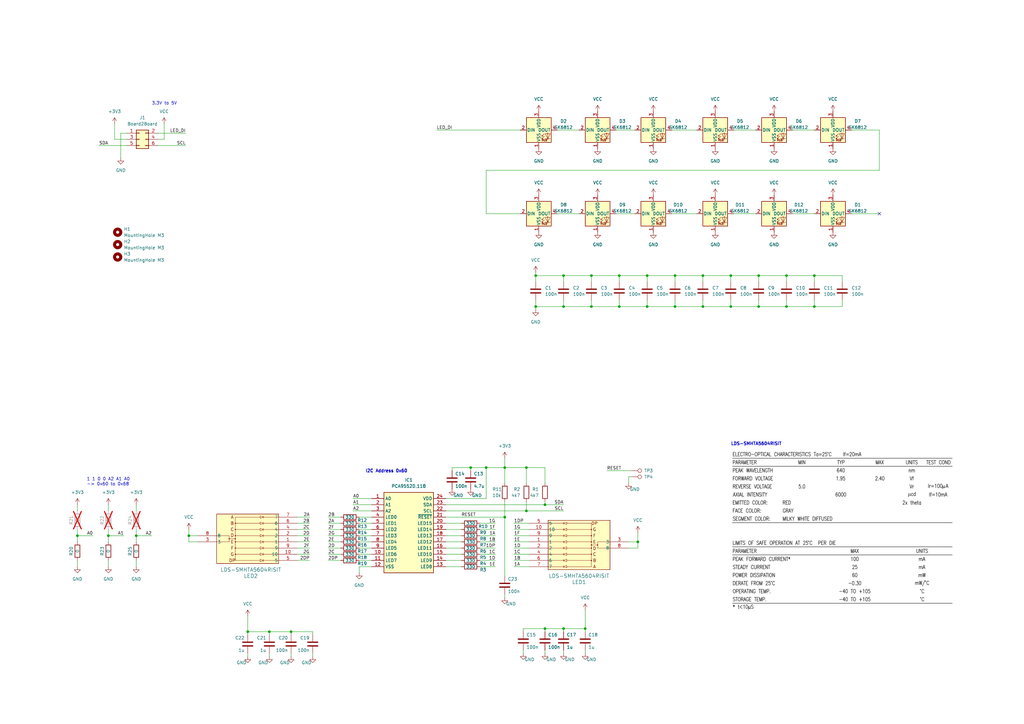
<source format=kicad_sch>
(kicad_sch (version 20230121) (generator eeschema)
  (paper "A3")
  (title_block (title "LED Ring") (date "2024-03-21") (rev "A") (company "EberKreis") (comment 1 "Frackstock ET21"))
  (lib_symbols
    (symbol "Connector:TestPoint" (pin_numbers hide) (pin_names (offset 0.762) hide)
      (property "Reference" "TP" (at 0 6.858 0))
      (property "Value" "TestPoint" (at 0 5.08 0))
      (symbol "TestPoint_1_1"
        (pin passive line (at 0 0 90) (length 2.54) (name "1") (number "1"))
      )
    )
    (symbol "Connector_Generic:Conn_02x03_Odd_Even" (pin_names (offset 1.016) hide)
      (property "Reference" "J" (at 1.27 5.08 0))
      (property "Value" "Conn_02x03_Odd_Even" (at 1.27 -5.08 0))
      (symbol "Conn_02x03_Odd_Even_1_1"
        (pin passive line (at -5.08 2.54 0) (length 3.81) (name "Pin_1") (number "1"))
        (pin passive line (at 7.62 2.54 180) (length 3.81) (name "Pin_2") (number "2"))
        (pin passive line (at -5.08 0 0) (length 3.81) (name "Pin_3") (number "3"))
        (pin passive line (at 7.62 0 180) (length 3.81) (name "Pin_4") (number "4"))
        (pin passive line (at -5.08 -2.54 0) (length 3.81) (name "Pin_5") (number "5"))
        (pin passive line (at 7.62 -2.54 180) (length 3.81) (name "Pin_6") (number "6"))
      )
    )
    (symbol "Device:C" (pin_numbers hide) (pin_names (offset 0.254))
      (property "Reference" "C" (at 0.635 2.54 0))
      (property "Value" "C" (at 0.635 -2.54 0))
      (symbol "C_1_1"
        (pin passive line (at 0 3.81 270) (length 2.794) (name "~") (number "1"))
        (pin passive line (at 0 -3.81 90) (length 2.794) (name "~") (number "2"))
      )
    )
    (symbol "Device:R" (pin_numbers hide) (pin_names (offset 0))
      (property "Reference" "R" (at 2.032 0 90))
      (property "Value" "R" (at 0 0 90))
      (symbol "R_1_1"
        (pin passive line (at 0 3.81 270) (length 1.27) (name "~") (number "1"))
        (pin passive line (at 0 -3.81 90) (length 1.27) (name "~") (number "2"))
      )
    )
    (symbol "FrackRing:PCA9552D,118"
      (property "Reference" "IC" (at 26.67 7.62 0))
      (property "Value" "PCA9552D,118" (at 26.67 5.08 0))
      (symbol "PCA9552D,118_1_1"
        (pin passive line (at 0 0 0) (length 5.08) (name "A0") (number "1"))
        (pin passive line (at 0 -22.86 0) (length 5.08) (name "LED6") (number "10"))
        (pin passive line (at 0 -25.4 0) (length 5.08) (name "LED7") (number "11"))
        (pin passive line (at 0 -27.94 0) (length 5.08) (name "VSS") (number "12"))
        (pin passive line (at 30.48 -27.94 180) (length 5.08) (name "LED8") (number "13"))
        (pin passive line (at 30.48 -25.4 180) (length 5.08) (name "LED9") (number "14"))
        (pin passive line (at 30.48 -22.86 180) (length 5.08) (name "LED10") (number "15"))
        (pin passive line (at 30.48 -20.32 180) (length 5.08) (name "LED11") (number "16"))
        (pin passive line (at 30.48 -17.78 180) (length 5.08) (name "LED12") (number "17"))
        (pin passive line (at 30.48 -15.24 180) (length 5.08) (name "LED13") (number "18"))
        (pin passive line (at 30.48 -12.7 180) (length 5.08) (name "LED14") (number "19"))
        (pin passive line (at 0 -2.54 0) (length 5.08) (name "A1") (number "2"))
        (pin passive line (at 30.48 -10.16 180) (length 5.08) (name "LED15") (number "20"))
        (pin passive line (at 30.48 -7.62 180) (length 5.08) (name "~{RESET}") (number "21"))
        (pin passive line (at 30.48 -5.08 180) (length 5.08) (name "SCL") (number "22"))
        (pin passive line (at 30.48 -2.54 180) (length 5.08) (name "SDA") (number "23"))
        (pin passive line (at 30.48 0 180) (length 5.08) (name "VDD") (number "24"))
        (pin passive line (at 0 -5.08 0) (length 5.08) (name "A2") (number "3"))
        (pin passive line (at 0 -7.62 0) (length 5.08) (name "LED0") (number "4"))
        (pin passive line (at 0 -10.16 0) (length 5.08) (name "LED1") (number "5"))
        (pin passive line (at 0 -12.7 0) (length 5.08) (name "LED2") (number "6"))
        (pin passive line (at 0 -15.24 0) (length 5.08) (name "LED3") (number "7"))
        (pin passive line (at 0 -17.78 0) (length 5.08) (name "LED4") (number "8"))
        (pin passive line (at 0 -20.32 0) (length 5.08) (name "LED5") (number "9"))
      )
    )
    (symbol "LDS-SMHTA5604RISIT:LDS-SMHTA5604RISIT" (pin_names (offset 0.254))
      (property "Reference" "LED" (at 20.32 10.16 0))
      (property "Value" "LDS-SMHTA5604RISIT" (at 20.32 7.62 0))
      (property "Mouser" "696-LDSSMHTA5604RISI" (at 0 0 0))
      (symbol "LDS-SMHTA5604RISIT_1_1"
        (text "A" (at 26.67 0 0) (effects (font (size 1.27 1.27))))
        (text "B\n" (at 26.67 -2.54 0) (effects (font (size 1.27 1.27))))
        (text "C\n" (at 26.67 -5.08 0) (effects (font (size 1.27 1.27))))
        (text "D" (at 26.6709 -7.4736 0) (effects (font (size 1.27 1.27))))
        (text "DP" (at 26.67 -17.78 0) (effects (font (size 1.27 1.27))))
        (text "E" (at 26.67 -10.16 0) (effects (font (size 1.27 1.27))))
        (text "F" (at 26.67 -12.7 0) (effects (font (size 1.27 1.27))))
        (text "G\n" (at 26.67 -15.24 0) (effects (font (size 1.27 1.27))))
        (pin unspecified line (at 0 -10.16 0) (length 7.62) (name "1") (number "1"))
        (pin unspecified line (at 0 -15.24 0) (length 7.62) (name "10") (number "10"))
        (pin unspecified line (at 0 -7.62 0) (length 7.62) (name "2") (number "2"))
        (pin unspecified line (at 40.64 -10.16 180) (length 7.62) (name "3") (number "3"))
        (pin unspecified line (at 0 -5.08 0) (length 7.62) (name "4") (number "4"))
        (pin unspecified line (at 0 -17.78 0) (length 7.62) (name "5") (number "5"))
        (pin unspecified line (at 0 -2.54 0) (length 7.62) (name "6") (number "6"))
        (pin unspecified line (at 0 0 0) (length 7.62) (name "7") (number "7"))
        (pin unspecified line (at 40.64 -7.62 180) (length 7.62) (name "8") (number "8"))
        (pin unspecified line (at 0 -12.7 0) (length 7.62) (name "9") (number "9"))
      )
    )
    (symbol "LED:SK6812" (pin_names (offset 0.254))
      (property "Reference" "D" (at 5.08 5.715 0))
      (property "Value" "SK6812" (at 1.27 -5.715 0))
      (symbol "SK6812_0_0"
        (text "RGB" (at 2.286 -4.191 0) (effects (font (size 0.762 0.762))))
      )
      (symbol "SK6812_1_1"
        (pin power_in line (at 0 -7.62 90) (length 2.54) (name "VSS") (number "1"))
        (pin input line (at -7.62 0 0) (length 2.54) (name "DIN") (number "2"))
        (pin power_in line (at 0 7.62 270) (length 2.54) (name "VDD") (number "3"))
        (pin output line (at 7.62 0 180) (length 2.54) (name "DOUT") (number "4"))
      )
    )
    (symbol "Mechanical:MountingHole" (pin_names (offset 1.016))
      (property "Reference" "H" (at 0 5.08 0))
      (property "Value" "MountingHole" (at 0 3.175 0))
    )
    (symbol "power:+3V3" (power) (pin_names (offset 0))
      (property "Value" "+3V3" (at 0 3.556 0))
      (symbol "+3V3_1_1"
        (pin power_in line (at 0 0 90) (length 0) hide (name "+3V3") (number "1"))
      )
    )
    (symbol "power:GND" (power) (pin_names (offset 0))
      (property "Value" "GND" (at 0 -3.81 0))
      (symbol "GND_1_1"
        (pin power_in line (at 0 0 270) (length 0) hide (name "GND") (number "1"))
      )
    )
    (symbol "power:VCC" (power) (pin_names (offset 0))
      (property "Value" "VCC" (at 0 3.81 0))
      (symbol "VCC_1_1"
        (pin power_in line (at 0 0 90) (length 0) hide (name "VCC") (number "1"))
      )
    )
  )
  (junction (at 219.71 113.03))
  (junction (at 276.86 113.03))
  (junction (at 77.47 219.71))
  (junction (at 223.52 207.01))
  (junction (at 231.14 125.73))
  (junction (at 44.45 219.71))
  (junction (at 193.04 191.77))
  (junction (at 240.03 257.81))
  (junction (at 242.57 113.03))
  (junction (at 231.14 113.03))
  (junction (at 55.88 219.71))
  (junction (at 254 125.73))
  (junction (at 207.01 212.09))
  (junction (at 207.01 191.77))
  (junction (at 119.38 259.08))
  (junction (at 299.72 113.03))
  (junction (at 311.15 125.73))
  (junction (at 322.58 113.03))
  (junction (at 215.9 209.55))
  (junction (at 299.72 125.73))
  (junction (at 261.62 222.25))
  (junction (at 101.6 259.08))
  (junction (at 254 113.03))
  (junction (at 276.86 125.73))
  (junction (at 231.14 257.81))
  (junction (at 334.01 113.03))
  (junction (at 215.9 191.77))
  (junction (at 322.58 125.73))
  (junction (at 265.43 125.73))
  (junction (at 265.43 113.03))
  (junction (at 219.71 125.73))
  (junction (at 199.39 191.77))
  (junction (at 242.57 125.73))
  (junction (at 223.52 257.81))
  (junction (at 31.75 219.71))
  (junction (at 288.29 125.73))
  (junction (at 334.01 125.73))
  (junction (at 110.49 259.08))
  (junction (at 288.29 113.03))
  (junction (at 311.15 113.03))
  (no_connect (at 360.68 87.63))
  (wire (pts (xy 345.44 123.19) (xy 345.44 125.73)))
  (wire (pts (xy 147.32 217.17) (xy 152.4 217.17)))
  (wire (pts (xy 199.39 191.77) (xy 207.01 191.77)))
  (wire (pts (xy 207.01 191.77) (xy 215.9 191.77)))
  (wire (pts (xy 322.58 125.73) (xy 322.58 123.19)))
  (wire (pts (xy 77.47 219.71) (xy 81.28 219.71)))
  (wire (pts (xy 147.32 234.95) (xy 147.32 232.41)))
  (wire (pts (xy 193.04 191.77) (xy 193.04 193.04)))
  (wire (pts (xy 322.58 113.03) (xy 334.01 113.03)))
  (wire (pts (xy 55.88 207.01) (xy 55.88 209.55)))
  (wire (pts (xy 254 115.57) (xy 254 113.03)))
  (wire (pts (xy 182.88 219.71) (xy 189.23 219.71)))
  (wire (pts (xy 128.27 267.97) (xy 128.27 269.24)))
  (wire (pts (xy 134.62 229.87) (xy 139.7 229.87)))
  (wire (pts (xy 121.92 229.87) (xy 127 229.87)))
  (wire (pts (xy 196.85 229.87) (xy 203.2 229.87)))
  (wire (pts (xy 288.29 113.03) (xy 288.29 115.57)))
  (wire (pts (xy 261.62 224.79) (xy 261.62 222.25)))
  (wire (pts (xy 147.32 212.09) (xy 152.4 212.09)))
  (wire (pts (xy 276.86 115.57) (xy 276.86 113.03)))
  (wire (pts (xy 288.29 125.73) (xy 276.86 125.73)))
  (wire (pts (xy 134.62 222.25) (xy 139.7 222.25)))
  (wire (pts (xy 242.57 123.19) (xy 242.57 125.73)))
  (wire (pts (xy 231.14 209.55) (xy 215.9 209.55)))
  (wire (pts (xy 345.44 113.03) (xy 334.01 113.03)))
  (wire (pts (xy 147.32 222.25) (xy 152.4 222.25)))
  (wire (pts (xy 360.68 69.85) (xy 360.68 53.34)))
  (wire (pts (xy 219.71 111.76) (xy 219.71 113.03)))
  (wire (pts (xy 182.88 212.09) (xy 207.01 212.09)))
  (wire (pts (xy 242.57 125.73) (xy 231.14 125.73)))
  (wire (pts (xy 119.38 267.97) (xy 119.38 269.24)))
  (wire (pts (xy 67.31 57.15) (xy 64.77 57.15)))
  (wire (pts (xy 242.57 115.57) (xy 242.57 113.03)))
  (wire (pts (xy 299.72 115.57) (xy 299.72 113.03)))
  (wire (pts (xy 219.71 125.73) (xy 231.14 125.73)))
  (wire (pts (xy 134.62 224.79) (xy 139.7 224.79)))
  (wire (pts (xy 223.52 191.77) (xy 223.52 198.12)))
  (wire (pts (xy 144.78 204.47) (xy 152.4 204.47)))
  (wire (pts (xy 300.99 53.34) (xy 309.88 53.34)))
  (wire (pts (xy 231.14 125.73) (xy 231.14 123.19)))
  (wire (pts (xy 345.44 115.57) (xy 345.44 113.03)))
  (wire (pts (xy 196.85 224.79) (xy 203.2 224.79)))
  (wire (pts (xy 207.01 243.84) (xy 207.01 245.11)))
  (wire (pts (xy 147.32 232.41) (xy 152.4 232.41)))
  (wire (pts (xy 311.15 125.73) (xy 299.72 125.73)))
  (wire (pts (xy 360.68 53.34) (xy 349.25 53.34)))
  (wire (pts (xy 288.29 125.73) (xy 299.72 125.73)))
  (wire (pts (xy 46.99 50.8) (xy 46.99 57.15)))
  (wire (pts (xy 288.29 113.03) (xy 299.72 113.03)))
  (wire (pts (xy 110.49 267.97) (xy 110.49 269.24)))
  (wire (pts (xy 31.75 217.17) (xy 31.75 219.71)))
  (wire (pts (xy 55.88 219.71) (xy 55.88 222.25)))
  (wire (pts (xy 101.6 260.35) (xy 101.6 259.08)))
  (wire (pts (xy 182.88 227.33) (xy 189.23 227.33)))
  (wire (pts (xy 322.58 115.57) (xy 322.58 113.03)))
  (wire (pts (xy 311.15 125.73) (xy 322.58 125.73)))
  (wire (pts (xy 121.92 222.25) (xy 127 222.25)))
  (wire (pts (xy 182.88 207.01) (xy 223.52 207.01)))
  (wire (pts (xy 182.88 204.47) (xy 199.39 204.47)))
  (wire (pts (xy 228.6 87.63) (xy 237.49 87.63)))
  (wire (pts (xy 257.81 224.79) (xy 261.62 224.79)))
  (wire (pts (xy 311.15 113.03) (xy 311.15 115.57)))
  (wire (pts (xy 228.6 53.34) (xy 237.49 53.34)))
  (wire (pts (xy 31.75 219.71) (xy 38.1 219.71)))
  (wire (pts (xy 334.01 123.19) (xy 334.01 125.73)))
  (wire (pts (xy 196.85 219.71) (xy 203.2 219.71)))
  (wire (pts (xy 49.53 54.61) (xy 49.53 64.77)))
  (wire (pts (xy 199.39 87.63) (xy 213.36 87.63)))
  (wire (pts (xy 44.45 219.71) (xy 44.45 222.25)))
  (wire (pts (xy 217.17 217.17) (xy 210.82 217.17)))
  (wire (pts (xy 231.14 266.7) (xy 231.14 267.97)))
  (wire (pts (xy 147.32 227.33) (xy 152.4 227.33)))
  (wire (pts (xy 31.75 229.87) (xy 31.75 232.41)))
  (wire (pts (xy 101.6 252.73) (xy 101.6 259.08)))
  (wire (pts (xy 121.92 214.63) (xy 127 214.63)))
  (wire (pts (xy 223.52 205.74) (xy 223.52 207.01)))
  (wire (pts (xy 275.59 53.34) (xy 285.75 53.34)))
  (wire (pts (xy 207.01 212.09) (xy 207.01 236.22)))
  (wire (pts (xy 147.32 229.87) (xy 152.4 229.87)))
  (wire (pts (xy 252.73 53.34) (xy 260.35 53.34)))
  (wire (pts (xy 144.78 209.55) (xy 152.4 209.55)))
  (wire (pts (xy 44.45 229.87) (xy 44.45 232.41)))
  (wire (pts (xy 276.86 125.73) (xy 276.86 123.19)))
  (wire (pts (xy 196.85 214.63) (xy 203.2 214.63)))
  (wire (pts (xy 110.49 259.08) (xy 119.38 259.08)))
  (wire (pts (xy 265.43 123.19) (xy 265.43 125.73)))
  (wire (pts (xy 193.04 191.77) (xy 199.39 191.77)))
  (wire (pts (xy 182.88 224.79) (xy 189.23 224.79)))
  (wire (pts (xy 261.62 222.25) (xy 257.81 222.25)))
  (wire (pts (xy 101.6 259.08) (xy 110.49 259.08)))
  (wire (pts (xy 215.9 191.77) (xy 215.9 198.12)))
  (wire (pts (xy 64.77 54.61) (xy 76.2 54.61)))
  (wire (pts (xy 254 125.73) (xy 254 123.19)))
  (wire (pts (xy 223.52 257.81) (xy 214.63 257.81)))
  (wire (pts (xy 217.17 214.63) (xy 210.82 214.63)))
  (wire (pts (xy 240.03 259.08) (xy 240.03 257.81)))
  (wire (pts (xy 219.71 123.19) (xy 219.71 125.73)))
  (wire (pts (xy 257.81 195.58) (xy 257.81 198.12)))
  (wire (pts (xy 217.17 229.87) (xy 210.82 229.87)))
  (wire (pts (xy 182.88 229.87) (xy 189.23 229.87)))
  (wire (pts (xy 121.92 219.71) (xy 127 219.71)))
  (wire (pts (xy 325.12 53.34) (xy 334.01 53.34)))
  (wire (pts (xy 276.86 113.03) (xy 265.43 113.03)))
  (wire (pts (xy 182.88 217.17) (xy 189.23 217.17)))
  (wire (pts (xy 223.52 191.77) (xy 215.9 191.77)))
  (wire (pts (xy 259.08 195.58) (xy 257.81 195.58)))
  (wire (pts (xy 242.57 113.03) (xy 254 113.03)))
  (wire (pts (xy 207.01 212.09) (xy 207.01 205.74)))
  (wire (pts (xy 300.99 87.63) (xy 309.88 87.63)))
  (wire (pts (xy 223.52 266.7) (xy 223.52 267.97)))
  (wire (pts (xy 196.85 227.33) (xy 203.2 227.33)))
  (wire (pts (xy 207.01 187.96) (xy 207.01 191.77)))
  (wire (pts (xy 182.88 214.63) (xy 189.23 214.63)))
  (wire (pts (xy 242.57 113.03) (xy 231.14 113.03)))
  (wire (pts (xy 119.38 260.35) (xy 119.38 259.08)))
  (wire (pts (xy 265.43 125.73) (xy 254 125.73)))
  (wire (pts (xy 322.58 113.03) (xy 311.15 113.03)))
  (wire (pts (xy 231.14 257.81) (xy 231.14 259.08)))
  (wire (pts (xy 182.88 222.25) (xy 189.23 222.25)))
  (wire (pts (xy 231.14 257.81) (xy 240.03 257.81)))
  (wire (pts (xy 214.63 266.7) (xy 214.63 267.97)))
  (wire (pts (xy 199.39 69.85) (xy 199.39 87.63)))
  (wire (pts (xy 288.29 123.19) (xy 288.29 125.73)))
  (wire (pts (xy 217.17 227.33) (xy 210.82 227.33)))
  (wire (pts (xy 185.42 193.04) (xy 185.42 191.77)))
  (wire (pts (xy 81.28 222.25) (xy 77.47 222.25)))
  (wire (pts (xy 55.88 219.71) (xy 62.23 219.71)))
  (wire (pts (xy 219.71 113.03) (xy 231.14 113.03)))
  (wire (pts (xy 217.17 224.79) (xy 210.82 224.79)))
  (wire (pts (xy 77.47 217.17) (xy 77.47 219.71)))
  (wire (pts (xy 185.42 191.77) (xy 193.04 191.77)))
  (wire (pts (xy 231.14 207.01) (xy 223.52 207.01)))
  (wire (pts (xy 44.45 207.01) (xy 44.45 209.55)))
  (wire (pts (xy 147.32 214.63) (xy 152.4 214.63)))
  (wire (pts (xy 182.88 209.55) (xy 215.9 209.55)))
  (wire (pts (xy 196.85 232.41) (xy 203.2 232.41)))
  (wire (pts (xy 299.72 125.73) (xy 299.72 123.19)))
  (wire (pts (xy 248.92 193.04) (xy 259.08 193.04)))
  (wire (pts (xy 144.78 207.01) (xy 152.4 207.01)))
  (wire (pts (xy 252.73 87.63) (xy 260.35 87.63)))
  (wire (pts (xy 134.62 227.33) (xy 139.7 227.33)))
  (wire (pts (xy 55.88 217.17) (xy 55.88 219.71)))
  (wire (pts (xy 217.17 222.25) (xy 210.82 222.25)))
  (wire (pts (xy 240.03 266.7) (xy 240.03 267.97)))
  (wire (pts (xy 31.75 219.71) (xy 31.75 222.25)))
  (wire (pts (xy 121.92 227.33) (xy 127 227.33)))
  (wire (pts (xy 52.07 59.69) (xy 40.64 59.69)))
  (wire (pts (xy 240.03 250.19) (xy 240.03 257.81)))
  (wire (pts (xy 217.17 219.71) (xy 210.82 219.71)))
  (wire (pts (xy 101.6 267.97) (xy 101.6 269.24)))
  (wire (pts (xy 44.45 217.17) (xy 44.45 219.71)))
  (wire (pts (xy 46.99 57.15) (xy 52.07 57.15)))
  (wire (pts (xy 219.71 115.57) (xy 219.71 113.03)))
  (wire (pts (xy 128.27 259.08) (xy 128.27 260.35)))
  (wire (pts (xy 349.25 87.63) (xy 360.68 87.63)))
  (wire (pts (xy 121.92 217.17) (xy 127 217.17)))
  (wire (pts (xy 311.15 123.19) (xy 311.15 125.73)))
  (wire (pts (xy 147.32 224.79) (xy 152.4 224.79)))
  (wire (pts (xy 196.85 222.25) (xy 203.2 222.25)))
  (wire (pts (xy 182.88 232.41) (xy 189.23 232.41)))
  (wire (pts (xy 134.62 219.71) (xy 139.7 219.71)))
  (wire (pts (xy 207.01 191.77) (xy 207.01 198.12)))
  (wire (pts (xy 119.38 259.08) (xy 128.27 259.08)))
  (wire (pts (xy 219.71 125.73) (xy 219.71 127)))
  (wire (pts (xy 214.63 257.81) (xy 214.63 259.08)))
  (wire (pts (xy 325.12 87.63) (xy 334.01 87.63)))
  (wire (pts (xy 134.62 214.63) (xy 139.7 214.63)))
  (wire (pts (xy 265.43 113.03) (xy 265.43 115.57)))
  (wire (pts (xy 223.52 257.81) (xy 231.14 257.81)))
  (wire (pts (xy 231.14 113.03) (xy 231.14 115.57)))
  (wire (pts (xy 52.07 54.61) (xy 49.53 54.61)))
  (wire (pts (xy 199.39 69.85) (xy 360.68 69.85)))
  (wire (pts (xy 299.72 113.03) (xy 311.15 113.03)))
  (wire (pts (xy 254 113.03) (xy 265.43 113.03)))
  (wire (pts (xy 110.49 259.08) (xy 110.49 260.35)))
  (wire (pts (xy 334.01 125.73) (xy 322.58 125.73)))
  (wire (pts (xy 121.92 224.79) (xy 127 224.79)))
  (wire (pts (xy 31.75 207.01) (xy 31.75 209.55)))
  (wire (pts (xy 134.62 217.17) (xy 139.7 217.17)))
  (wire (pts (xy 44.45 219.71) (xy 50.8 219.71)))
  (wire (pts (xy 199.39 191.77) (xy 199.39 204.47)))
  (wire (pts (xy 67.31 50.8) (xy 67.31 57.15)))
  (wire (pts (xy 77.47 219.71) (xy 77.47 222.25)))
  (wire (pts (xy 217.17 232.41) (xy 210.82 232.41)))
  (wire (pts (xy 242.57 125.73) (xy 254 125.73)))
  (wire (pts (xy 334.01 113.03) (xy 334.01 115.57)))
  (wire (pts (xy 265.43 125.73) (xy 276.86 125.73)))
  (wire (pts (xy 196.85 217.17) (xy 203.2 217.17)))
  (wire (pts (xy 215.9 205.74) (xy 215.9 209.55)))
  (wire (pts (xy 276.86 113.03) (xy 288.29 113.03)))
  (wire (pts (xy 147.32 219.71) (xy 152.4 219.71)))
  (wire (pts (xy 275.59 87.63) (xy 285.75 87.63)))
  (wire (pts (xy 64.77 59.69) (xy 76.2 59.69)))
  (wire (pts (xy 261.62 218.44) (xy 261.62 222.25)))
  (wire (pts (xy 345.44 125.73) (xy 334.01 125.73)))
  (wire (pts (xy 223.52 259.08) (xy 223.52 257.81)))
  (wire (pts (xy 134.62 212.09) (xy 139.7 212.09)))
  (wire (pts (xy 55.88 229.87) (xy 55.88 232.41)))
  (wire (pts (xy 179.07 53.34) (xy 213.36 53.34)))
  (wire (pts (xy 121.92 212.09) (xy 127 212.09)))
  (image (at 345.44 217.17))
  (text "1 1 0 0 A2 A1 A0\n-> 0x60 to 0x68" (at 35.56 199.39 0) (effects (font (size 1.27 1.27)) (justify left bottom)))
  (text "I2C Address 0x60\n\n\n" (at 149.86 198.12 0) (effects (font (size 1.27 1.27) (thickness 0.254) bold) (justify left bottom)))
  (text "3.3V to 5V" (at 62.23 43.18 0) (effects (font (size 1.27 1.27)) (justify left bottom)))
  (text "LDS-SMHTA5604RISIT" (at 299.72 182.88 0) (effects (font (size 1.27 1.27) (thickness 0.254) bold) (justify left bottom)))
  (label "1C" (at 203.2 227.33 180))
  (label "2DP" (at 127 229.87 180))
  (label "1A" (at 210.82 232.41 0))
  (label "2E" (at 134.62 222.25 0))
  (label "2D" (at 127 219.71 180))
  (label "A1" (at 144.78 207.01 0))
  (label "1D" (at 210.82 224.79 0))
  (label "SCL" (at 76.2 59.69 180))
  (label "1B" (at 210.82 229.87 0))
  (label "1C" (at 210.82 227.33 0))
  (label "2C" (at 134.62 227.33 0))
  (label "LED_DI" (at 76.2 54.61 180))
  (label "2B" (at 127 214.63 180))
  (label "2G" (at 127 227.33 180))
  (label "2DP" (at 134.62 229.87 0))
  (label "2E" (at 127 222.25 180))
  (label "2F" (at 127 224.79 180))
  (label "A2" (at 62.23 219.71 180))
  (label "2A" (at 127 212.09 180))
  (label "2C" (at 127 217.17 180))
  (label "1F" (at 203.2 217.17 180))
  (label "RESET" (at 248.92 193.04 0))
  (label "A0" (at 144.78 204.47 0))
  (label "SDA" (at 231.14 207.01 180))
  (label "2G" (at 134.62 219.71 0))
  (label "2A" (at 134.62 214.63 0))
  (label "SDA" (at 40.64 59.69 0))
  (label "1F" (at 210.82 219.71 0))
  (label "2D" (at 134.62 224.79 0))
  (label "A2" (at 144.78 209.55 0))
  (label "1A" (at 203.2 219.71 180))
  (label "2B" (at 134.62 212.09 0))
  (label "2F" (at 134.62 217.17 0))
  (label "1G" (at 210.82 217.17 0))
  (label "1E" (at 203.2 232.41 180))
  (label "1G" (at 203.2 214.63 180))
  (label "1DP" (at 203.2 224.79 180))
  (label "RESET" (at 189.23 212.09 0))
  (label "A0" (at 38.1 219.71 180))
  (label "1E" (at 210.82 222.25 0))
  (label "1B" (at 203.2 222.25 180))
  (label "LED_DI" (at 179.07 53.34 0))
  (label "1DP" (at 210.82 214.63 0))
  (label "1D" (at 203.2 229.87 180))
  (label "A1" (at 50.8 219.71 180))
  (label "SCL" (at 231.14 209.55 180))
  (symbol (lib_id "Device:R") (at 143.51 214.63 90) (unit 1)
    (property "Reference" "R13" (at 148.59 215.9 90))
    (property "Value" "330" (at 143.51 214.63 90))
    (property "Footprint" "Resistor_SMD:R_0603_1608Metric_Pad0.98x0.95mm_HandSolder" (effects hide))
  )
  (symbol (lib_id "power:GND") (at 341.63 95.25 0) (unit 1)
    (property "Reference" "#PWR01" (effects hide))
    (property "Value" "GND" (at 341.63 100.33 0))
  )
  (symbol (lib_id "Mechanical:MountingHole") (at 48.26 105.41 0) (unit 1)
    (property "Reference" "H3" (at 50.8 104.14 0) (effects (justify left)))
    (property "Value" "MountingHole M3" (at 50.8 106.68 0) (effects (justify left)))
    (property "Footprint" "MountingHole:MountingHole_3.2mm_M3" (effects hide))
  )
  (symbol (lib_id "Device:R") (at 31.75 213.36 180) (unit 1) (dnp yes)
    (property "Reference" "R21" (at 29.21 213.36 90))
    (property "Value" "0" (at 31.75 213.36 90))
    (property "Footprint" "Resistor_SMD:R_0603_1608Metric_Pad0.98x0.95mm_HandSolder" (effects hide))
  )
  (symbol (lib_id "Device:R") (at 193.04 214.63 90) (unit 1)
    (property "Reference" "R10" (at 198.12 215.9 90))
    (property "Value" "330" (at 193.04 214.63 90))
    (property "Footprint" "Resistor_SMD:R_0603_1608Metric_Pad0.98x0.95mm_HandSolder" (effects hide))
  )
  (symbol (lib_id "power:GND") (at 31.75 232.41 0) (unit 1)
    (property "Reference" "#PWR048" (effects hide))
    (property "Value" "GND" (at 31.75 237.49 0))
  )
  (symbol (lib_id "power:GND") (at 231.14 267.97 0) (unit 1)
    (property "Reference" "#PWR043" (effects hide))
    (property "Value" "GND" (at 233.68 270.51 0))
  )
  (symbol (lib_id "Device:R") (at 143.51 219.71 90) (unit 1)
    (property "Reference" "R15" (at 148.59 220.98 90))
    (property "Value" "330" (at 143.51 219.71 90))
    (property "Footprint" "Resistor_SMD:R_0603_1608Metric_Pad0.98x0.95mm_HandSolder" (effects hide))
  )
  (symbol (lib_id "Device:R") (at 193.04 222.25 90) (unit 1)
    (property "Reference" "R7" (at 198.12 223.52 90))
    (property "Value" "330" (at 193.04 222.25 90))
    (property "Footprint" "Resistor_SMD:R_0603_1608Metric_Pad0.98x0.95mm_HandSolder" (effects hide))
  )
  (symbol (lib_id "power:GND") (at 245.11 60.96 0) (unit 1)
    (property "Reference" "#PWR06" (effects hide))
    (property "Value" "GND" (at 245.11 66.04 0))
  )
  (symbol (lib_id "power:VCC") (at 240.03 250.19 0) (mirror y) (unit 1)
    (property "Reference" "#PWR045" (effects hide))
    (property "Value" "VCC" (at 240.03 245.11 0))
  )
  (symbol (lib_id "power:VCC") (at 67.31 50.8 0) (unit 1)
    (property "Reference" "#PWR055" (effects hide))
    (property "Value" "VCC" (at 67.31 45.72 0))
  )
  (symbol (lib_id "power:GND") (at 223.52 267.97 0) (unit 1)
    (property "Reference" "#PWR037" (effects hide))
    (property "Value" "GND" (at 226.06 270.51 0))
  )
  (symbol (lib_id "power:VCC") (at 220.98 45.72 0) (unit 1)
    (property "Reference" "#PWR04" (effects hide))
    (property "Value" "VCC" (at 220.98 40.64 0))
  )
  (symbol (lib_id "power:+3V3") (at 207.01 187.96 0) (unit 1)
    (property "Reference" "#PWR027" (effects hide))
    (property "Value" "+3V3" (at 207.01 182.88 0))
  )
  (symbol (lib_id "Device:R") (at 31.75 226.06 180) (unit 1)
    (property "Reference" "R20" (at 29.21 226.06 90))
    (property "Value" "0" (at 31.75 226.06 90))
    (property "Footprint" "Resistor_SMD:R_0603_1608Metric_Pad0.98x0.95mm_HandSolder" (effects hide))
  )
  (symbol (lib_id "power:VCC") (at 341.63 45.72 0) (unit 1)
    (property "Reference" "#PWR013" (effects hide))
    (property "Value" "VCC" (at 341.63 40.64 0))
  )
  (symbol (lib_id "power:VCC") (at 267.97 45.72 0) (unit 1)
    (property "Reference" "#PWR07" (effects hide))
    (property "Value" "VCC" (at 267.97 40.64 0))
  )
  (symbol (lib_id "Device:R") (at 143.51 227.33 90) (unit 1)
    (property "Reference" "R18" (at 148.59 228.6 90))
    (property "Value" "330" (at 143.51 227.33 90))
    (property "Footprint" "Resistor_SMD:R_0603_1608Metric_Pad0.98x0.95mm_HandSolder" (effects hide))
  )
  (symbol (lib_id "Device:R") (at 193.04 232.41 90) (unit 1)
    (property "Reference" "R3" (at 198.12 233.68 90))
    (property "Value" "330" (at 193.04 232.41 90))
    (property "Footprint" "Resistor_SMD:R_0603_1608Metric_Pad0.98x0.95mm_HandSolder" (effects hide))
  )
  (symbol (lib_id "Device:R") (at 143.51 212.09 90) (unit 1)
    (property "Reference" "R12" (at 148.59 213.36 90))
    (property "Value" "330" (at 143.51 212.09 90))
    (property "Footprint" "Resistor_SMD:R_0603_1608Metric_Pad0.98x0.95mm_HandSolder" (effects hide))
  )
  (symbol (lib_id "power:GND") (at 128.27 269.24 0) (mirror y) (unit 1)
    (property "Reference" "#PWR039" (effects hide))
    (property "Value" "GND" (at 125.73 271.78 0))
  )
  (symbol (lib_id "LED:SK6812") (at 245.11 87.63 0) (unit 1)
    (property "Reference" "D9" (at 255.27 83.9821 0))
    (property "Value" "SK6812" (at 255.27 86.5221 0))
    (property "Footprint" "LED_SMD:LED_SK6812_PLCC4_5.0x5.0mm_P3.2mm" (effects hide))
    (property "Datasheet" "https://cdn-shop.adafruit.com/product-files/1138/SK6812+LED+datasheet+.pdf" (effects hide))
  )
  (symbol (lib_id "Device:C") (at 185.42 196.85 0) (unit 1)
    (property "Reference" "C14" (at 186.69 194.31 0) (effects (justify left)))
    (property "Value" "100n" (at 186.69 199.39 0) (effects (justify left)))
    (property "Footprint" "Capacitor_SMD:C_0603_1608Metric_Pad1.08x0.95mm_HandSolder" (effects hide))
  )
  (symbol (lib_id "LED:SK6812") (at 267.97 53.34 0) (unit 1)
    (property "Reference" "D4" (at 278.13 49.6921 0))
    (property "Value" "SK6812" (at 278.13 52.2321 0))
    (property "Footprint" "LED_SMD:LED_SK6812_PLCC4_5.0x5.0mm_P3.2mm" (effects hide))
    (property "Datasheet" "https://cdn-shop.adafruit.com/product-files/1138/SK6812+LED+datasheet+.pdf" (effects hide))
  )
  (symbol (lib_id "power:+3V3") (at 46.99 50.8 0) (unit 1)
    (property "Reference" "#PWR051" (effects hide))
    (property "Value" "+3V3" (at 46.99 45.72 0))
  )
  (symbol (lib_id "power:GND") (at 257.81 198.12 0) (unit 1)
    (property "Reference" "#PWR053" (effects hide))
    (property "Value" "GND" (at 260.35 200.66 0))
  )
  (symbol (lib_id "power:VCC") (at 245.11 45.72 0) (unit 1)
    (property "Reference" "#PWR05" (effects hide))
    (property "Value" "VCC" (at 245.11 40.64 0))
  )
  (symbol (lib_id "Device:C") (at 219.71 119.38 0) (unit 1)
    (property "Reference" "C1" (at 223.52 118.11 0) (effects (justify left)))
    (property "Value" "100n" (at 223.52 120.65 0) (effects (justify left)))
    (property "Footprint" "Capacitor_SMD:C_0603_1608Metric_Pad1.08x0.95mm_HandSolder" (effects hide))
  )
  (symbol (lib_id "LED:SK6812") (at 341.63 53.34 0) (unit 1)
    (property "Reference" "D7" (at 351.79 49.6921 0))
    (property "Value" "SK6812" (at 351.79 52.2321 0))
    (property "Footprint" "LED_SMD:LED_SK6812_PLCC4_5.0x5.0mm_P3.2mm" (effects hide))
    (property "Datasheet" "https://cdn-shop.adafruit.com/product-files/1138/SK6812+LED+datasheet+.pdf" (effects hide))
  )
  (symbol (lib_id "Device:C") (at 231.14 119.38 0) (unit 1)
    (property "Reference" "C2" (at 234.95 118.11 0) (effects (justify left)))
    (property "Value" "100n" (at 234.95 120.65 0) (effects (justify left)))
    (property "Footprint" "Capacitor_SMD:C_0603_1608Metric_Pad1.08x0.95mm_HandSolder" (effects hide))
  )
  (symbol (lib_id "Connector_Generic:Conn_02x03_Odd_Even") (at 57.15 57.15 0) (unit 1)
    (property "Reference" "J1" (at 58.42 48.26 0))
    (property "Value" "Board2Board" (at 58.42 50.8 0))
    (property "Footprint" "Connector_PinHeader_2.54mm:PinHeader_2x03_P2.54mm_Vertical_SMD" (effects hide))
  )
  (symbol (lib_id "power:GND") (at 119.38 269.24 0) (mirror y) (unit 1)
    (property "Reference" "#PWR040" (effects hide))
    (property "Value" "GND" (at 116.84 271.78 0))
  )
  (symbol (lib_id "power:VCC") (at 220.98 80.01 0) (unit 1)
    (property "Reference" "#PWR015" (effects hide))
    (property "Value" "VCC" (at 220.98 74.93 0))
  )
  (symbol (lib_id "Device:C") (at 254 119.38 0) (unit 1)
    (property "Reference" "C4" (at 257.81 118.11 0) (effects (justify left)))
    (property "Value" "100n" (at 257.81 120.65 0) (effects (justify left)))
    (property "Footprint" "Capacitor_SMD:C_0603_1608Metric_Pad1.08x0.95mm_HandSolder" (effects hide))
  )
  (symbol (lib_id "Device:C") (at 214.63 262.89 0) (unit 1)
    (property "Reference" "C15" (at 215.9 260.35 0) (effects (justify left)))
    (property "Value" "100n" (at 215.9 265.43 0) (effects (justify left)))
    (property "Footprint" "Capacitor_SMD:C_0603_1608Metric_Pad1.08x0.95mm_HandSolder" (effects hide))
  )
  (symbol (lib_id "Device:R") (at 55.88 213.36 180) (unit 1) (dnp yes)
    (property "Reference" "R24" (at 53.34 213.36 90))
    (property "Value" "0" (at 55.88 213.36 90))
    (property "Footprint" "Resistor_SMD:R_0603_1608Metric_Pad0.98x0.95mm_HandSolder" (effects hide))
  )
  (symbol (lib_id "Device:R") (at 207.01 201.93 0) (mirror y) (unit 1)
    (property "Reference" "R11" (at 201.93 200.66 0) (effects (justify right)))
    (property "Value" "10k" (at 201.93 203.2 0) (effects (justify right)))
    (property "Footprint" "Resistor_SMD:R_0603_1608Metric_Pad0.98x0.95mm_HandSolder" (effects hide))
  )
  (symbol (lib_id "power:VCC") (at 293.37 45.72 0) (unit 1)
    (property "Reference" "#PWR09" (effects hide))
    (property "Value" "VCC" (at 293.37 40.64 0))
  )
  (symbol (lib_id "LED:SK6812") (at 220.98 87.63 0) (unit 1)
    (property "Reference" "D8" (at 231.14 83.9821 0))
    (property "Value" "SK6812" (at 231.14 86.5221 0))
    (property "Footprint" "LED_SMD:LED_SK6812_PLCC4_5.0x5.0mm_P3.2mm" (effects hide))
    (property "Datasheet" "https://cdn-shop.adafruit.com/product-files/1138/SK6812+LED+datasheet+.pdf" (effects hide))
  )
  (symbol (lib_id "Device:R") (at 143.51 229.87 90) (unit 1)
    (property "Reference" "R19" (at 148.59 231.14 90))
    (property "Value" "330" (at 143.51 229.87 90))
    (property "Footprint" "Resistor_SMD:R_0603_1608Metric_Pad0.98x0.95mm_HandSolder" (effects hide))
  )
  (symbol (lib_id "Device:R") (at 44.45 213.36 180) (unit 1) (dnp yes)
    (property "Reference" "R22" (at 41.91 213.36 90))
    (property "Value" "0" (at 44.45 213.36 90))
    (property "Footprint" "Resistor_SMD:R_0603_1608Metric_Pad0.98x0.95mm_HandSolder" (effects hide))
  )
  (symbol (lib_id "power:GND") (at 341.63 60.96 0) (unit 1)
    (property "Reference" "#PWR014" (effects hide))
    (property "Value" "GND" (at 341.63 66.04 0))
  )
  (symbol (lib_id "Device:C") (at 311.15 119.38 0) (unit 1)
    (property "Reference" "C9" (at 314.96 118.11 0) (effects (justify left)))
    (property "Value" "100n" (at 314.96 120.65 0) (effects (justify left)))
    (property "Footprint" "Capacitor_SMD:C_0603_1608Metric_Pad1.08x0.95mm_HandSolder" (effects hide))
  )
  (symbol (lib_id "Connector:TestPoint") (at 259.08 193.04 270) (unit 1)
    (property "Reference" "TP3" (at 264.16 193.04 90) (effects (justify left)))
    (property "Value" "TestPoint" (effects hide))
    (property "Footprint" "TestPoint:TestPoint_Pad_D3.0mm" (effects hide))
  )
  (symbol (lib_id "LED:SK6812") (at 293.37 87.63 0) (unit 1)
    (property "Reference" "D11" (at 303.53 83.9821 0))
    (property "Value" "SK6812" (at 303.53 86.5221 0))
    (property "Footprint" "LED_SMD:LED_SK6812_PLCC4_5.0x5.0mm_P3.2mm" (effects hide))
    (property "Datasheet" "https://cdn-shop.adafruit.com/product-files/1138/SK6812+LED+datasheet+.pdf" (effects hide))
  )
  (symbol (lib_id "power:VCC") (at 293.37 80.01 0) (unit 1)
    (property "Reference" "#PWR021" (effects hide))
    (property "Value" "VCC" (at 293.37 74.93 0))
  )
  (symbol (lib_id "Device:R") (at 193.04 227.33 90) (unit 1)
    (property "Reference" "R5" (at 198.12 228.6 90))
    (property "Value" "330" (at 193.04 227.33 90))
    (property "Footprint" "Resistor_SMD:R_0603_1608Metric_Pad0.98x0.95mm_HandSolder" (effects hide))
  )
  (symbol (lib_id "power:VCC") (at 261.62 218.44 0) (mirror y) (unit 1)
    (property "Reference" "#PWR035" (effects hide))
    (property "Value" "VCC" (at 261.62 213.36 0))
  )
  (symbol (lib_id "Device:C") (at 193.04 196.85 0) (unit 1)
    (property "Reference" "C13" (at 194.31 194.31 0) (effects (justify left)))
    (property "Value" "4.7u" (at 194.31 199.39 0) (effects (justify left)))
    (property "Footprint" "Capacitor_SMD:C_0603_1608Metric_Pad1.08x0.95mm_HandSolder" (effects hide))
  )
  (symbol (lib_id "Device:C") (at 299.72 119.38 0) (unit 1)
    (property "Reference" "C8" (at 303.53 118.11 0) (effects (justify left)))
    (property "Value" "100n" (at 303.53 120.65 0) (effects (justify left)))
    (property "Footprint" "Capacitor_SMD:C_0603_1608Metric_Pad1.08x0.95mm_HandSolder" (effects hide))
  )
  (symbol (lib_id "power:GND") (at 293.37 60.96 0) (unit 1)
    (property "Reference" "#PWR010" (effects hide))
    (property "Value" "GND" (at 293.37 66.04 0))
  )
  (symbol (lib_id "power:GND") (at 44.45 232.41 0) (unit 1)
    (property "Reference" "#PWR050" (effects hide))
    (property "Value" "GND" (at 44.45 237.49 0))
  )
  (symbol (lib_id "Device:R") (at 193.04 219.71 90) (unit 1)
    (property "Reference" "R8" (at 198.12 220.98 90))
    (property "Value" "330" (at 193.04 219.71 90))
    (property "Footprint" "Resistor_SMD:R_0603_1608Metric_Pad0.98x0.95mm_HandSolder" (effects hide))
  )
  (symbol (lib_id "power:GND") (at 49.53 64.77 0) (mirror y) (unit 1)
    (property "Reference" "#PWR049" (effects hide))
    (property "Value" "GND" (at 49.53 69.85 0))
  )
  (symbol (lib_id "Device:R") (at 143.51 222.25 90) (unit 1)
    (property "Reference" "R16" (at 148.59 223.52 90))
    (property "Value" "330" (at 143.51 222.25 90))
    (property "Footprint" "Resistor_SMD:R_0603_1608Metric_Pad0.98x0.95mm_HandSolder" (effects hide))
  )
  (symbol (lib_id "Device:R") (at 223.52 201.93 0) (mirror y) (unit 1)
    (property "Reference" "R1" (at 220.98 200.66 0) (effects (justify left)))
    (property "Value" "4k7" (at 220.98 203.2 0) (effects (justify left)))
    (property "Footprint" "Resistor_SMD:R_0603_1608Metric_Pad0.98x0.95mm_HandSolder" (effects hide))
  )
  (symbol (lib_id "Device:C") (at 334.01 119.38 0) (unit 1)
    (property "Reference" "C11" (at 337.82 118.11 0) (effects (justify left)))
    (property "Value" "100n" (at 337.82 120.65 0) (effects (justify left)))
    (property "Footprint" "Capacitor_SMD:C_0603_1608Metric_Pad1.08x0.95mm_HandSolder" (effects hide))
  )
  (symbol (lib_id "Device:C") (at 242.57 119.38 0) (unit 1)
    (property "Reference" "C3" (at 246.38 118.11 0) (effects (justify left)))
    (property "Value" "100n" (at 246.38 120.65 0) (effects (justify left)))
    (property "Footprint" "Capacitor_SMD:C_0603_1608Metric_Pad1.08x0.95mm_HandSolder" (effects hide))
  )
  (symbol (lib_id "power:GND") (at 293.37 95.25 0) (unit 1)
    (property "Reference" "#PWR022" (effects hide))
    (property "Value" "GND" (at 293.37 100.33 0))
  )
  (symbol (lib_id "power:GND") (at 214.63 267.97 0) (unit 1)
    (property "Reference" "#PWR036" (effects hide))
    (property "Value" "GND" (at 217.17 270.51 0))
  )
  (symbol (lib_id "Device:R") (at 143.51 224.79 90) (unit 1)
    (property "Reference" "R17" (at 148.59 226.06 90))
    (property "Value" "330" (at 143.51 224.79 90))
    (property "Footprint" "Resistor_SMD:R_0603_1608Metric_Pad0.98x0.95mm_HandSolder" (effects hide))
  )
  (symbol (lib_id "LED:SK6812") (at 293.37 53.34 0) (unit 1)
    (property "Reference" "D5" (at 303.53 49.6921 0))
    (property "Value" "SK6812" (at 303.53 52.2321 0))
    (property "Footprint" "LED_SMD:LED_SK6812_PLCC4_5.0x5.0mm_P3.2mm" (effects hide))
    (property "Datasheet" "https://cdn-shop.adafruit.com/product-files/1138/SK6812+LED+datasheet+.pdf" (effects hide))
  )
  (symbol (lib_id "Device:C") (at 288.29 119.38 0) (unit 1)
    (property "Reference" "C7" (at 292.1 118.11 0) (effects (justify left)))
    (property "Value" "100n" (at 292.1 120.65 0) (effects (justify left)))
    (property "Footprint" "Capacitor_SMD:C_0603_1608Metric_Pad1.08x0.95mm_HandSolder" (effects hide))
  )
  (symbol (lib_id "power:+3V3") (at 31.75 207.01 0) (unit 1)
    (property "Reference" "#PWR033" (effects hide))
    (property "Value" "+3V3" (at 31.75 201.93 0))
  )
  (symbol (lib_id "Device:C") (at 231.14 262.89 0) (unit 1)
    (property "Reference" "C17" (at 232.41 260.35 0) (effects (justify left)))
    (property "Value" "1u" (at 232.41 265.43 0) (effects (justify left)))
    (property "Footprint" "Capacitor_SMD:C_0603_1608Metric_Pad1.08x0.95mm_HandSolder" (effects hide))
  )
  (symbol (lib_id "power:GND") (at 207.01 245.11 0) (unit 1)
    (property "Reference" "#PWR030" (effects hide))
    (property "Value" "GND" (at 209.55 247.65 0))
  )
  (symbol (lib_id "power:GND") (at 147.32 234.95 0) (unit 1)
    (property "Reference" "#PWR032" (effects hide))
    (property "Value" "GND" (at 147.32 240.03 0))
  )
  (symbol (lib_id "Connector:TestPoint") (at 259.08 195.58 270) (unit 1)
    (property "Reference" "TP4" (at 264.16 195.58 90) (effects (justify left)))
    (property "Value" "TestPoint" (effects hide))
    (property "Footprint" "TestPoint:TestPoint_Pad_D3.0mm" (effects hide))
  )
  (symbol (lib_id "LED:SK6812") (at 317.5 53.34 0) (unit 1)
    (property "Reference" "D6" (at 327.66 49.6921 0))
    (property "Value" "SK6812" (at 327.66 52.2321 0))
    (property "Footprint" "LED_SMD:LED_SK6812_PLCC4_5.0x5.0mm_P3.2mm" (effects hide))
    (property "Datasheet" "https://cdn-shop.adafruit.com/product-files/1138/SK6812+LED+datasheet+.pdf" (effects hide))
  )
  (symbol (lib_id "power:GND") (at 220.98 95.25 0) (unit 1)
    (property "Reference" "#PWR016" (effects hide))
    (property "Value" "GND" (at 220.98 100.33 0))
  )
  (symbol (lib_id "Mechanical:MountingHole") (at 48.26 100.33 0) (unit 1)
    (property "Reference" "H2" (at 50.8 99.06 0) (effects (justify left)))
    (property "Value" "MountingHole M3" (at 50.8 101.6 0) (effects (justify left)))
    (property "Footprint" "MountingHole:MountingHole_3.2mm_M3" (effects hide))
  )
  (symbol (lib_id "LDS-SMHTA5604RISIT:LDS-SMHTA5604RISIT") (at 121.92 212.09 0) (mirror y) (unit 1)
    (property "Reference" "LED2" (at 102.87 236.22 0) (effects (font (size 1.524 1.524))))
    (property "Value" "LDS-SMHTA5604RISIT" (at 102.87 233.68 0) (effects (font (size 1.524 1.524))))
    (property "Footprint" "Frack:LDS-SMHTA5604RISIT_LUM" (effects hide))
    (property "Datasheet" "LDS-SMHTA5604RISIT" (effects hide))
    (property "Mouser" "696-LDSSMHTA5604RISI" (effects hide))
  )
  (symbol (lib_id "Device:R") (at 215.9 201.93 0) (mirror y) (unit 1)
    (property "Reference" "R2" (at 213.36 200.66 0) (effects (justify left)))
    (property "Value" "4k7" (at 213.36 203.2 0) (effects (justify left)))
    (property "Footprint" "Resistor_SMD:R_0603_1608Metric_Pad0.98x0.95mm_HandSolder" (effects hide))
  )
  (symbol (lib_id "Device:C") (at 207.01 240.03 0) (unit 1)
    (property "Reference" "C23" (at 208.28 237.49 0) (effects (justify left)))
    (property "Value" "100n" (at 208.28 242.57 0) (effects (justify left)))
    (property "Footprint" "Capacitor_SMD:C_0603_1608Metric_Pad1.08x0.95mm_HandSolder" (effects hide))
  )
  (symbol (lib_id "power:VCC") (at 245.11 80.01 0) (unit 1)
    (property "Reference" "#PWR017" (effects hide))
    (property "Value" "VCC" (at 245.11 74.93 0))
  )
  (symbol (lib_id "FrackRing:PCA9552D,118") (at 152.4 204.47 0) (unit 1)
    (property "Reference" "IC1" (at 167.64 196.85 0))
    (property "Value" "PCA9552D,118" (at 167.64 199.39 0))
    (property "Footprint" "Frack:SOIC127P1032X265-24N" (effects hide))
    (property "Datasheet" "http://www.nxp.com/docs/en/data-sheet/PCA9552.pdf" (effects hide))
    (property "Height" "2.65" (effects hide))
    (property "Mouser Part Number" "771-PCA9552D-T" (effects hide))
    (property "Mouser Price/Stock" "https://www.mouser.co.uk/ProductDetail/NXP-Semiconductors/PCA9552D118?qs=LOCUfHb8d9vsBa3BeBrmFg%3D%3D" (effects hide))
    (property "Manufacturer_Name" "NXP" (effects hide))
    (property "Manufacturer_Part_Number" "PCA9552D,118" (effects hide))
    (property "Mouser" "771-PCA9552D-T" (effects hide))
  )
  (symbol (lib_id "power:VCC") (at 219.71 111.76 0) (unit 1)
    (property "Reference" "#PWR025" (effects hide))
    (property "Value" "VCC" (at 219.71 106.68 0))
  )
  (symbol (lib_id "power:GND") (at 240.03 267.97 0) (unit 1)
    (property "Reference" "#PWR044" (effects hide))
    (property "Value" "GND" (at 242.57 270.51 0))
  )
  (symbol (lib_id "Device:C") (at 240.03 262.89 0) (unit 1)
    (property "Reference" "C18" (at 241.3 260.35 0) (effects (justify left)))
    (property "Value" "1u" (at 241.3 265.43 0) (effects (justify left)))
    (property "Footprint" "Capacitor_SMD:C_0603_1608Metric_Pad1.08x0.95mm_HandSolder" (effects hide))
  )
  (symbol (lib_id "power:GND") (at 193.04 200.66 0) (unit 1)
    (property "Reference" "#PWR031" (effects hide))
    (property "Value" "GND" (at 195.58 203.2 0))
  )
  (symbol (lib_id "power:VCC") (at 341.63 80.01 0) (unit 1)
    (property "Reference" "#PWR03" (effects hide))
    (property "Value" "VCC" (at 341.63 74.93 0))
  )
  (symbol (lib_id "power:GND") (at 110.49 269.24 0) (mirror y) (unit 1)
    (property "Reference" "#PWR042" (effects hide))
    (property "Value" "GND" (at 107.95 271.78 0))
  )
  (symbol (lib_id "LDS-SMHTA5604RISIT:LDS-SMHTA5604RISIT") (at 217.17 232.41 0) (mirror x) (unit 1)
    (property "Reference" "LED1" (at 237.49 238.76 0) (effects (font (size 1.524 1.524))))
    (property "Value" "LDS-SMHTA5604RISIT" (at 237.49 236.22 0) (effects (font (size 1.524 1.524))))
    (property "Footprint" "Frack:LDS-SMHTA5604RISIT_LUM" (effects hide))
    (property "Datasheet" "LDS-SMHTA5604RISIT" (effects hide))
    (property "Mouser" "696-LDSSMHTA5604RISI" (effects hide))
  )
  (symbol (lib_id "Device:R") (at 193.04 224.79 90) (unit 1)
    (property "Reference" "R6" (at 198.12 226.06 90))
    (property "Value" "330" (at 193.04 224.79 90))
    (property "Footprint" "Resistor_SMD:R_0603_1608Metric_Pad0.98x0.95mm_HandSolder" (effects hide))
  )
  (symbol (lib_id "power:VCC") (at 101.6 252.73 0) (unit 1)
    (property "Reference" "#PWR046" (effects hide))
    (property "Value" "VCC" (at 101.6 247.65 0))
  )
  (symbol (lib_id "power:GND") (at 101.6 269.24 0) (mirror y) (unit 1)
    (property "Reference" "#PWR041" (effects hide))
    (property "Value" "GND" (at 99.06 271.78 0))
  )
  (symbol (lib_id "power:VCC") (at 77.47 217.17 0) (unit 1)
    (property "Reference" "#PWR028" (effects hide))
    (property "Value" "VCC" (at 77.47 212.09 0))
  )
  (symbol (lib_id "Device:C") (at 276.86 119.38 0) (unit 1)
    (property "Reference" "C6" (at 280.67 118.11 0) (effects (justify left)))
    (property "Value" "100n" (at 280.67 120.65 0) (effects (justify left)))
    (property "Footprint" "Capacitor_SMD:C_0603_1608Metric_Pad1.08x0.95mm_HandSolder" (effects hide))
  )
  (symbol (lib_id "Device:C") (at 119.38 264.16 0) (mirror y) (unit 1)
    (property "Reference" "C20" (at 118.11 261.62 0) (effects (justify left)))
    (property "Value" "100n" (at 118.11 266.7 0) (effects (justify left)))
    (property "Footprint" "Capacitor_SMD:C_0603_1608Metric_Pad1.08x0.95mm_HandSolder" (effects hide))
  )
  (symbol (lib_id "Device:R") (at 44.45 226.06 180) (unit 1)
    (property "Reference" "R23" (at 41.91 226.06 90))
    (property "Value" "0" (at 44.45 226.06 90))
    (property "Footprint" "Resistor_SMD:R_0603_1608Metric_Pad0.98x0.95mm_HandSolder" (effects hide))
  )
  (symbol (lib_id "power:GND") (at 267.97 60.96 0) (unit 1)
    (property "Reference" "#PWR08" (effects hide))
    (property "Value" "GND" (at 267.97 66.04 0))
  )
  (symbol (lib_id "power:GND") (at 267.97 95.25 0) (unit 1)
    (property "Reference" "#PWR020" (effects hide))
    (property "Value" "GND" (at 267.97 100.33 0))
  )
  (symbol (lib_id "power:VCC") (at 317.5 45.72 0) (unit 1)
    (property "Reference" "#PWR011" (effects hide))
    (property "Value" "VCC" (at 317.5 40.64 0))
  )
  (symbol (lib_id "power:GND") (at 317.5 60.96 0) (unit 1)
    (property "Reference" "#PWR012" (effects hide))
    (property "Value" "GND" (at 317.5 66.04 0))
  )
  (symbol (lib_id "power:+3V3") (at 44.45 207.01 0) (unit 1)
    (property "Reference" "#PWR038" (effects hide))
    (property "Value" "+3V3" (at 44.45 201.93 0))
  )
  (symbol (lib_id "Device:C") (at 128.27 264.16 0) (mirror y) (unit 1)
    (property "Reference" "C19" (at 127 261.62 0) (effects (justify left)))
    (property "Value" "100n" (at 127 266.7 0) (effects (justify left)))
    (property "Footprint" "Capacitor_SMD:C_0603_1608Metric_Pad1.08x0.95mm_HandSolder" (effects hide))
  )
  (symbol (lib_id "LED:SK6812") (at 341.63 87.63 0) (unit 1)
    (property "Reference" "D1" (at 351.79 83.9821 0))
    (property "Value" "SK6812" (at 351.79 86.5221 0))
    (property "Footprint" "LED_SMD:LED_SK6812_PLCC4_5.0x5.0mm_P3.2mm" (effects hide))
    (property "Datasheet" "https://cdn-shop.adafruit.com/product-files/1138/SK6812+LED+datasheet+.pdf" (effects hide))
  )
  (symbol (lib_id "power:VCC") (at 267.97 80.01 0) (unit 1)
    (property "Reference" "#PWR019" (effects hide))
    (property "Value" "VCC" (at 267.97 74.93 0))
  )
  (symbol (lib_id "LED:SK6812") (at 220.98 53.34 0) (unit 1)
    (property "Reference" "D2" (at 231.14 49.6921 0))
    (property "Value" "SK6812" (at 231.14 52.2321 0))
    (property "Footprint" "LED_SMD:LED_SK6812_PLCC4_5.0x5.0mm_P3.2mm" (effects hide))
    (property "Datasheet" "https://cdn-shop.adafruit.com/product-files/1138/SK6812+LED+datasheet+.pdf" (effects hide))
  )
  (symbol (lib_id "Device:C") (at 265.43 119.38 0) (unit 1)
    (property "Reference" "C5" (at 269.24 118.11 0) (effects (justify left)))
    (property "Value" "100n" (at 269.24 120.65 0) (effects (justify left)))
    (property "Footprint" "Capacitor_SMD:C_0603_1608Metric_Pad1.08x0.95mm_HandSolder" (effects hide))
  )
  (symbol (lib_id "power:GND") (at 55.88 232.41 0) (unit 1)
    (property "Reference" "#PWR052" (effects hide))
    (property "Value" "GND" (at 55.88 237.49 0))
  )
  (symbol (lib_id "Device:R") (at 143.51 217.17 90) (unit 1)
    (property "Reference" "R14" (at 148.59 218.44 90))
    (property "Value" "330" (at 143.51 217.17 90))
    (property "Footprint" "Resistor_SMD:R_0603_1608Metric_Pad0.98x0.95mm_HandSolder" (effects hide))
  )
  (symbol (lib_id "Device:R") (at 193.04 217.17 90) (unit 1)
    (property "Reference" "R9" (at 198.12 218.44 90))
    (property "Value" "330" (at 193.04 217.17 90))
    (property "Footprint" "Resistor_SMD:R_0603_1608Metric_Pad0.98x0.95mm_HandSolder" (effects hide))
  )
  (symbol (lib_id "Mechanical:MountingHole") (at 48.26 95.25 0) (unit 1)
    (property "Reference" "H1" (at 50.8 93.98 0) (effects (justify left)))
    (property "Value" "MountingHole M3" (at 50.8 96.52 0) (effects (justify left)))
    (property "Footprint" "MountingHole:MountingHole_3.2mm_M3" (effects hide))
  )
  (symbol (lib_id "LED:SK6812") (at 317.5 87.63 0) (unit 1)
    (property "Reference" "D12" (at 327.66 83.9821 0))
    (property "Value" "SK6812" (at 327.66 86.5221 0))
    (property "Footprint" "LED_SMD:LED_SK6812_PLCC4_5.0x5.0mm_P3.2mm" (effects hide))
    (property "Datasheet" "https://cdn-shop.adafruit.com/product-files/1138/SK6812+LED+datasheet+.pdf" (effects hide))
  )
  (symbol (lib_id "power:GND") (at 219.71 127 0) (unit 1)
    (property "Reference" "#PWR026" (effects hide))
    (property "Value" "GND" (at 219.71 132.08 0))
  )
  (symbol (lib_id "Device:R") (at 193.04 229.87 90) (unit 1)
    (property "Reference" "R4" (at 198.12 231.14 90))
    (property "Value" "330" (at 193.04 229.87 90))
    (property "Footprint" "Resistor_SMD:R_0603_1608Metric_Pad0.98x0.95mm_HandSolder" (effects hide))
  )
  (symbol (lib_id "power:+3V3") (at 55.88 207.01 0) (unit 1)
    (property "Reference" "#PWR047" (effects hide))
    (property "Value" "+3V3" (at 55.88 201.93 0))
  )
  (symbol (lib_id "power:GND") (at 317.5 95.25 0) (unit 1)
    (property "Reference" "#PWR024" (effects hide))
    (property "Value" "GND" (at 317.5 100.33 0))
  )
  (symbol (lib_id "Device:C") (at 101.6 264.16 0) (mirror y) (unit 1)
    (property "Reference" "C22" (at 100.33 261.62 0) (effects (justify left)))
    (property "Value" "1u" (at 100.33 266.7 0) (effects (justify left)))
    (property "Footprint" "Capacitor_SMD:C_0603_1608Metric_Pad1.08x0.95mm_HandSolder" (effects hide))
  )
  (symbol (lib_id "Device:C") (at 223.52 262.89 0) (unit 1)
    (property "Reference" "C16" (at 224.79 260.35 0) (effects (justify left)))
    (property "Value" "100n" (at 224.79 265.43 0) (effects (justify left)))
    (property "Footprint" "Capacitor_SMD:C_0603_1608Metric_Pad1.08x0.95mm_HandSolder" (effects hide))
  )
  (symbol (lib_id "LED:SK6812") (at 267.97 87.63 0) (unit 1)
    (property "Reference" "D10" (at 278.13 83.9821 0))
    (property "Value" "SK6812" (at 278.13 86.5221 0))
    (property "Footprint" "LED_SMD:LED_SK6812_PLCC4_5.0x5.0mm_P3.2mm" (effects hide))
    (property "Datasheet" "https://cdn-shop.adafruit.com/product-files/1138/SK6812+LED+datasheet+.pdf" (effects hide))
  )
  (symbol (lib_id "Device:C") (at 322.58 119.38 0) (unit 1)
    (property "Reference" "C10" (at 326.39 118.11 0) (effects (justify left)))
    (property "Value" "100n" (at 326.39 120.65 0) (effects (justify left)))
    (property "Footprint" "Capacitor_SMD:C_0603_1608Metric_Pad1.08x0.95mm_HandSolder" (effects hide))
  )
  (symbol (lib_id "LED:SK6812") (at 245.11 53.34 0) (unit 1)
    (property "Reference" "D3" (at 255.27 49.6921 0))
    (property "Value" "SK6812" (at 255.27 52.2321 0))
    (property "Footprint" "LED_SMD:LED_SK6812_PLCC4_5.0x5.0mm_P3.2mm" (effects hide))
    (property "Datasheet" "https://cdn-shop.adafruit.com/product-files/1138/SK6812+LED+datasheet+.pdf" (effects hide))
  )
  (symbol (lib_id "Device:C") (at 345.44 119.38 0) (unit 1)
    (property "Reference" "C12" (at 349.25 118.11 0) (effects (justify left)))
    (property "Value" "100n" (at 349.25 120.65 0) (effects (justify left)))
    (property "Footprint" "Capacitor_SMD:C_0603_1608Metric_Pad1.08x0.95mm_HandSolder" (effects hide))
  )
  (symbol (lib_id "power:GND") (at 220.98 60.96 0) (unit 1)
    (property "Reference" "#PWR02" (effects hide))
    (property "Value" "GND" (at 220.98 66.04 0))
  )
  (symbol (lib_id "power:GND") (at 245.11 95.25 0) (unit 1)
    (property "Reference" "#PWR018" (effects hide))
    (property "Value" "GND" (at 245.11 100.33 0))
  )
  (symbol (lib_id "Device:R") (at 55.88 226.06 180) (unit 1)
    (property "Reference" "R25" (at 53.34 226.06 90))
    (property "Value" "0" (at 55.88 226.06 90))
    (property "Footprint" "Resistor_SMD:R_0603_1608Metric_Pad0.98x0.95mm_HandSolder" (effects hide))
  )
  (symbol (lib_id "Device:C") (at 110.49 264.16 0) (mirror y) (unit 1)
    (property "Reference" "C21" (at 109.22 261.62 0) (effects (justify left)))
    (property "Value" "1u" (at 109.22 266.7 0) (effects (justify left)))
    (property "Footprint" "Capacitor_SMD:C_0603_1608Metric_Pad1.08x0.95mm_HandSolder" (effects hide))
  )
  (symbol (lib_id "power:GND") (at 185.42 200.66 0) (unit 1)
    (property "Reference" "#PWR029" (effects hide))
    (property "Value" "GND" (at 187.96 203.2 0))
  )
  (symbol (lib_id "power:VCC") (at 317.5 80.01 0) (unit 1)
    (property "Reference" "#PWR023" (effects hide))
    (property "Value" "VCC" (at 317.5 74.93 0))
  )
)
</source>
